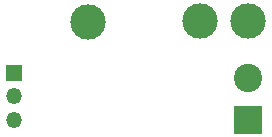
<source format=gbr>
%TF.GenerationSoftware,KiCad,Pcbnew,8.0.6*%
%TF.CreationDate,2024-10-29T20:24:10-04:00*%
%TF.ProjectId,Pyro-Controller,5079726f-2d43-46f6-9e74-726f6c6c6572,rev?*%
%TF.SameCoordinates,Original*%
%TF.FileFunction,Copper,L2,Bot*%
%TF.FilePolarity,Positive*%
%FSLAX46Y46*%
G04 Gerber Fmt 4.6, Leading zero omitted, Abs format (unit mm)*
G04 Created by KiCad (PCBNEW 8.0.6) date 2024-10-29 20:24:10*
%MOMM*%
%LPD*%
G01*
G04 APERTURE LIST*
%TA.AperFunction,ComponentPad*%
%ADD10C,3.000000*%
%TD*%
%TA.AperFunction,ComponentPad*%
%ADD11R,2.400000X2.400000*%
%TD*%
%TA.AperFunction,ComponentPad*%
%ADD12C,2.400000*%
%TD*%
%TA.AperFunction,ComponentPad*%
%ADD13R,1.350000X1.350000*%
%TD*%
%TA.AperFunction,ComponentPad*%
%ADD14O,1.350000X1.350000*%
%TD*%
G04 APERTURE END LIST*
D10*
%TO.P,TP3,1,1*%
%TO.N,GNDD*%
X45466000Y-25273000D03*
%TD*%
D11*
%TO.P,J1,1,Pin_1*%
%TO.N,+3.3V*%
X45466000Y-33599000D03*
D12*
%TO.P,J1,2,Pin_2*%
%TO.N,/PyroController/Output*%
X45466000Y-30099000D03*
%TD*%
D10*
%TO.P,TP2,1,1*%
%TO.N,/PyroController/Output*%
X41402000Y-25273000D03*
%TD*%
%TO.P,TP1,1,1*%
%TO.N,/PyroController/Input*%
X31877000Y-25333000D03*
%TD*%
D13*
%TO.P,J2,1,Pin_1*%
%TO.N,GNDD*%
X25654000Y-29623000D03*
D14*
%TO.P,J2,2,Pin_2*%
%TO.N,/PyroController/Input*%
X25654000Y-31623000D03*
%TO.P,J2,3,Pin_3*%
%TO.N,+3.3V*%
X25654000Y-33623000D03*
%TD*%
M02*

</source>
